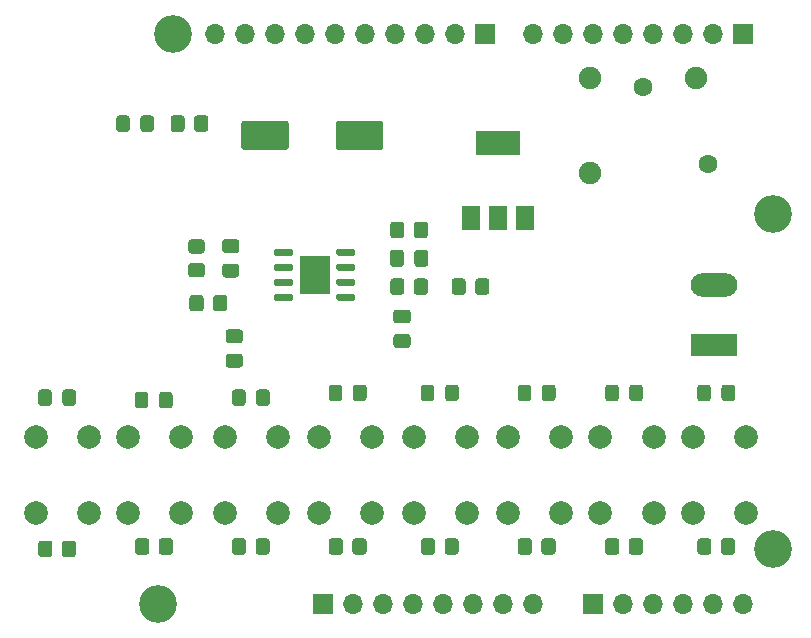
<source format=gbr>
%TF.GenerationSoftware,KiCad,Pcbnew,(5.1.10)-1*%
%TF.CreationDate,2022-04-08T18:55:06+02:00*%
%TF.ProjectId,shield_Arduino,73686965-6c64-45f4-9172-6475696e6f2e,rev?*%
%TF.SameCoordinates,Original*%
%TF.FileFunction,Soldermask,Top*%
%TF.FilePolarity,Negative*%
%FSLAX46Y46*%
G04 Gerber Fmt 4.6, Leading zero omitted, Abs format (unit mm)*
G04 Created by KiCad (PCBNEW (5.1.10)-1) date 2022-04-08 18:55:06*
%MOMM*%
%LPD*%
G01*
G04 APERTURE LIST*
%ADD10R,1.500000X2.000000*%
%ADD11R,3.800000X2.000000*%
%ADD12C,3.200000*%
%ADD13C,2.000000*%
%ADD14O,3.960000X1.980000*%
%ADD15R,3.960000X1.980000*%
%ADD16R,2.514000X3.200000*%
%ADD17C,1.600000*%
%ADD18C,1.900000*%
%ADD19O,1.700000X1.700000*%
%ADD20R,1.700000X1.700000*%
G04 APERTURE END LIST*
D10*
%TO.C,Q1*%
X142000000Y-119690000D03*
X146600000Y-119690000D03*
X144300000Y-119690000D03*
D11*
X144300000Y-113390000D03*
%TD*%
D12*
%TO.C,e*%
X115570000Y-152400000D03*
%TD*%
%TO.C,R10*%
G36*
G01*
X132000000Y-147990001D02*
X132000000Y-147089999D01*
G75*
G02*
X132249999Y-146840000I249999J0D01*
G01*
X132950001Y-146840000D01*
G75*
G02*
X133200000Y-147089999I0J-249999D01*
G01*
X133200000Y-147990001D01*
G75*
G02*
X132950001Y-148240000I-249999J0D01*
G01*
X132249999Y-148240000D01*
G75*
G02*
X132000000Y-147990001I0J249999D01*
G01*
G37*
G36*
G01*
X130000000Y-147990001D02*
X130000000Y-147089999D01*
G75*
G02*
X130249999Y-146840000I249999J0D01*
G01*
X130950001Y-146840000D01*
G75*
G02*
X131200000Y-147089999I0J-249999D01*
G01*
X131200000Y-147990001D01*
G75*
G02*
X130950001Y-148240000I-249999J0D01*
G01*
X130249999Y-148240000D01*
G75*
G02*
X130000000Y-147990001I0J249999D01*
G01*
G37*
%TD*%
%TO.C,R11*%
G36*
G01*
X139800000Y-147990001D02*
X139800000Y-147089999D01*
G75*
G02*
X140049999Y-146840000I249999J0D01*
G01*
X140750001Y-146840000D01*
G75*
G02*
X141000000Y-147089999I0J-249999D01*
G01*
X141000000Y-147990001D01*
G75*
G02*
X140750001Y-148240000I-249999J0D01*
G01*
X140049999Y-148240000D01*
G75*
G02*
X139800000Y-147990001I0J249999D01*
G01*
G37*
G36*
G01*
X137800000Y-147990001D02*
X137800000Y-147089999D01*
G75*
G02*
X138049999Y-146840000I249999J0D01*
G01*
X138750001Y-146840000D01*
G75*
G02*
X139000000Y-147089999I0J-249999D01*
G01*
X139000000Y-147990001D01*
G75*
G02*
X138750001Y-148240000I-249999J0D01*
G01*
X138049999Y-148240000D01*
G75*
G02*
X137800000Y-147990001I0J249999D01*
G01*
G37*
%TD*%
%TO.C,R7*%
G36*
G01*
X106600000Y-147289999D02*
X106600000Y-148190001D01*
G75*
G02*
X106350001Y-148440000I-249999J0D01*
G01*
X105649999Y-148440000D01*
G75*
G02*
X105400000Y-148190001I0J249999D01*
G01*
X105400000Y-147289999D01*
G75*
G02*
X105649999Y-147040000I249999J0D01*
G01*
X106350001Y-147040000D01*
G75*
G02*
X106600000Y-147289999I0J-249999D01*
G01*
G37*
G36*
G01*
X108600000Y-147289999D02*
X108600000Y-148190001D01*
G75*
G02*
X108350001Y-148440000I-249999J0D01*
G01*
X107649999Y-148440000D01*
G75*
G02*
X107400000Y-148190001I0J249999D01*
G01*
X107400000Y-147289999D01*
G75*
G02*
X107649999Y-147040000I249999J0D01*
G01*
X108350001Y-147040000D01*
G75*
G02*
X108600000Y-147289999I0J-249999D01*
G01*
G37*
%TD*%
D13*
%TO.C,SW1*%
X105200000Y-138240000D03*
X109700000Y-138240000D03*
X105200000Y-144740000D03*
X109700000Y-144740000D03*
%TD*%
D14*
%TO.C,LS1*%
X162600000Y-125440000D03*
D15*
X162600000Y-130440000D03*
%TD*%
D12*
%TO.C,REF\u002A\u002A*%
X167640000Y-119380000D03*
%TD*%
%TO.C,REF\u002A\u002A*%
X116840000Y-104140000D03*
%TD*%
%TO.C,REF\u002A\u002A*%
X167640000Y-147720000D03*
%TD*%
D16*
%TO.C,U1*%
X128800000Y-124540000D03*
G36*
G01*
X130625000Y-122785000D02*
X130625000Y-122485000D01*
G75*
G02*
X130775000Y-122335000I150000J0D01*
G01*
X132100000Y-122335000D01*
G75*
G02*
X132250000Y-122485000I0J-150000D01*
G01*
X132250000Y-122785000D01*
G75*
G02*
X132100000Y-122935000I-150000J0D01*
G01*
X130775000Y-122935000D01*
G75*
G02*
X130625000Y-122785000I0J150000D01*
G01*
G37*
G36*
G01*
X130625000Y-124055000D02*
X130625000Y-123755000D01*
G75*
G02*
X130775000Y-123605000I150000J0D01*
G01*
X132100000Y-123605000D01*
G75*
G02*
X132250000Y-123755000I0J-150000D01*
G01*
X132250000Y-124055000D01*
G75*
G02*
X132100000Y-124205000I-150000J0D01*
G01*
X130775000Y-124205000D01*
G75*
G02*
X130625000Y-124055000I0J150000D01*
G01*
G37*
G36*
G01*
X130625000Y-125325000D02*
X130625000Y-125025000D01*
G75*
G02*
X130775000Y-124875000I150000J0D01*
G01*
X132100000Y-124875000D01*
G75*
G02*
X132250000Y-125025000I0J-150000D01*
G01*
X132250000Y-125325000D01*
G75*
G02*
X132100000Y-125475000I-150000J0D01*
G01*
X130775000Y-125475000D01*
G75*
G02*
X130625000Y-125325000I0J150000D01*
G01*
G37*
G36*
G01*
X130625000Y-126595000D02*
X130625000Y-126295000D01*
G75*
G02*
X130775000Y-126145000I150000J0D01*
G01*
X132100000Y-126145000D01*
G75*
G02*
X132250000Y-126295000I0J-150000D01*
G01*
X132250000Y-126595000D01*
G75*
G02*
X132100000Y-126745000I-150000J0D01*
G01*
X130775000Y-126745000D01*
G75*
G02*
X130625000Y-126595000I0J150000D01*
G01*
G37*
G36*
G01*
X125350000Y-126595000D02*
X125350000Y-126295000D01*
G75*
G02*
X125500000Y-126145000I150000J0D01*
G01*
X126825000Y-126145000D01*
G75*
G02*
X126975000Y-126295000I0J-150000D01*
G01*
X126975000Y-126595000D01*
G75*
G02*
X126825000Y-126745000I-150000J0D01*
G01*
X125500000Y-126745000D01*
G75*
G02*
X125350000Y-126595000I0J150000D01*
G01*
G37*
G36*
G01*
X125350000Y-125325000D02*
X125350000Y-125025000D01*
G75*
G02*
X125500000Y-124875000I150000J0D01*
G01*
X126825000Y-124875000D01*
G75*
G02*
X126975000Y-125025000I0J-150000D01*
G01*
X126975000Y-125325000D01*
G75*
G02*
X126825000Y-125475000I-150000J0D01*
G01*
X125500000Y-125475000D01*
G75*
G02*
X125350000Y-125325000I0J150000D01*
G01*
G37*
G36*
G01*
X125350000Y-124055000D02*
X125350000Y-123755000D01*
G75*
G02*
X125500000Y-123605000I150000J0D01*
G01*
X126825000Y-123605000D01*
G75*
G02*
X126975000Y-123755000I0J-150000D01*
G01*
X126975000Y-124055000D01*
G75*
G02*
X126825000Y-124205000I-150000J0D01*
G01*
X125500000Y-124205000D01*
G75*
G02*
X125350000Y-124055000I0J150000D01*
G01*
G37*
G36*
G01*
X125350000Y-122785000D02*
X125350000Y-122485000D01*
G75*
G02*
X125500000Y-122335000I150000J0D01*
G01*
X126825000Y-122335000D01*
G75*
G02*
X126975000Y-122485000I0J-150000D01*
G01*
X126975000Y-122785000D01*
G75*
G02*
X126825000Y-122935000I-150000J0D01*
G01*
X125500000Y-122935000D01*
G75*
G02*
X125350000Y-122785000I0J150000D01*
G01*
G37*
%TD*%
D13*
%TO.C,SW8*%
X160800000Y-138240000D03*
X165300000Y-138240000D03*
X160800000Y-144740000D03*
X165300000Y-144740000D03*
%TD*%
%TO.C,SW7*%
X153000000Y-138240000D03*
X157500000Y-138240000D03*
X153000000Y-144740000D03*
X157500000Y-144740000D03*
%TD*%
%TO.C,SW6*%
X145200000Y-138240000D03*
X149700000Y-138240000D03*
X145200000Y-144740000D03*
X149700000Y-144740000D03*
%TD*%
%TO.C,SW5*%
X137200000Y-138240000D03*
X141700000Y-138240000D03*
X137200000Y-144740000D03*
X141700000Y-144740000D03*
%TD*%
%TO.C,SW4*%
X129200000Y-138240000D03*
X133700000Y-138240000D03*
X129200000Y-144740000D03*
X133700000Y-144740000D03*
%TD*%
%TO.C,SW3*%
X121200000Y-138240000D03*
X125700000Y-138240000D03*
X121200000Y-144740000D03*
X125700000Y-144740000D03*
%TD*%
%TO.C,SW2*%
X113000000Y-138240000D03*
X117500000Y-138240000D03*
X113000000Y-144740000D03*
X117500000Y-144740000D03*
%TD*%
%TO.C,R14*%
G36*
G01*
X163200000Y-147990001D02*
X163200000Y-147089999D01*
G75*
G02*
X163449999Y-146840000I249999J0D01*
G01*
X164150001Y-146840000D01*
G75*
G02*
X164400000Y-147089999I0J-249999D01*
G01*
X164400000Y-147990001D01*
G75*
G02*
X164150001Y-148240000I-249999J0D01*
G01*
X163449999Y-148240000D01*
G75*
G02*
X163200000Y-147990001I0J249999D01*
G01*
G37*
G36*
G01*
X161200000Y-147990001D02*
X161200000Y-147089999D01*
G75*
G02*
X161449999Y-146840000I249999J0D01*
G01*
X162150001Y-146840000D01*
G75*
G02*
X162400000Y-147089999I0J-249999D01*
G01*
X162400000Y-147990001D01*
G75*
G02*
X162150001Y-148240000I-249999J0D01*
G01*
X161449999Y-148240000D01*
G75*
G02*
X161200000Y-147990001I0J249999D01*
G01*
G37*
%TD*%
%TO.C,R13*%
G36*
G01*
X155400000Y-147990001D02*
X155400000Y-147089999D01*
G75*
G02*
X155649999Y-146840000I249999J0D01*
G01*
X156350001Y-146840000D01*
G75*
G02*
X156600000Y-147089999I0J-249999D01*
G01*
X156600000Y-147990001D01*
G75*
G02*
X156350001Y-148240000I-249999J0D01*
G01*
X155649999Y-148240000D01*
G75*
G02*
X155400000Y-147990001I0J249999D01*
G01*
G37*
G36*
G01*
X153400000Y-147990001D02*
X153400000Y-147089999D01*
G75*
G02*
X153649999Y-146840000I249999J0D01*
G01*
X154350001Y-146840000D01*
G75*
G02*
X154600000Y-147089999I0J-249999D01*
G01*
X154600000Y-147990001D01*
G75*
G02*
X154350001Y-148240000I-249999J0D01*
G01*
X153649999Y-148240000D01*
G75*
G02*
X153400000Y-147990001I0J249999D01*
G01*
G37*
%TD*%
%TO.C,R12*%
G36*
G01*
X148000000Y-147990001D02*
X148000000Y-147089999D01*
G75*
G02*
X148249999Y-146840000I249999J0D01*
G01*
X148950001Y-146840000D01*
G75*
G02*
X149200000Y-147089999I0J-249999D01*
G01*
X149200000Y-147990001D01*
G75*
G02*
X148950001Y-148240000I-249999J0D01*
G01*
X148249999Y-148240000D01*
G75*
G02*
X148000000Y-147990001I0J249999D01*
G01*
G37*
G36*
G01*
X146000000Y-147990001D02*
X146000000Y-147089999D01*
G75*
G02*
X146249999Y-146840000I249999J0D01*
G01*
X146950001Y-146840000D01*
G75*
G02*
X147200000Y-147089999I0J-249999D01*
G01*
X147200000Y-147990001D01*
G75*
G02*
X146950001Y-148240000I-249999J0D01*
G01*
X146249999Y-148240000D01*
G75*
G02*
X146000000Y-147990001I0J249999D01*
G01*
G37*
%TD*%
%TO.C,R9*%
G36*
G01*
X123800000Y-147990001D02*
X123800000Y-147089999D01*
G75*
G02*
X124049999Y-146840000I249999J0D01*
G01*
X124750001Y-146840000D01*
G75*
G02*
X125000000Y-147089999I0J-249999D01*
G01*
X125000000Y-147990001D01*
G75*
G02*
X124750001Y-148240000I-249999J0D01*
G01*
X124049999Y-148240000D01*
G75*
G02*
X123800000Y-147990001I0J249999D01*
G01*
G37*
G36*
G01*
X121800000Y-147990001D02*
X121800000Y-147089999D01*
G75*
G02*
X122049999Y-146840000I249999J0D01*
G01*
X122750001Y-146840000D01*
G75*
G02*
X123000000Y-147089999I0J-249999D01*
G01*
X123000000Y-147990001D01*
G75*
G02*
X122750001Y-148240000I-249999J0D01*
G01*
X122049999Y-148240000D01*
G75*
G02*
X121800000Y-147990001I0J249999D01*
G01*
G37*
%TD*%
%TO.C,R8*%
G36*
G01*
X114800000Y-147089999D02*
X114800000Y-147990001D01*
G75*
G02*
X114550001Y-148240000I-249999J0D01*
G01*
X113849999Y-148240000D01*
G75*
G02*
X113600000Y-147990001I0J249999D01*
G01*
X113600000Y-147089999D01*
G75*
G02*
X113849999Y-146840000I249999J0D01*
G01*
X114550001Y-146840000D01*
G75*
G02*
X114800000Y-147089999I0J-249999D01*
G01*
G37*
G36*
G01*
X116800000Y-147089999D02*
X116800000Y-147990001D01*
G75*
G02*
X116550001Y-148240000I-249999J0D01*
G01*
X115849999Y-148240000D01*
G75*
G02*
X115600000Y-147990001I0J249999D01*
G01*
X115600000Y-147089999D01*
G75*
G02*
X115849999Y-146840000I249999J0D01*
G01*
X116550001Y-146840000D01*
G75*
G02*
X116800000Y-147089999I0J-249999D01*
G01*
G37*
%TD*%
%TO.C,R6*%
G36*
G01*
X117800000Y-111289999D02*
X117800000Y-112190001D01*
G75*
G02*
X117550001Y-112440000I-249999J0D01*
G01*
X116849999Y-112440000D01*
G75*
G02*
X116600000Y-112190001I0J249999D01*
G01*
X116600000Y-111289999D01*
G75*
G02*
X116849999Y-111040000I249999J0D01*
G01*
X117550001Y-111040000D01*
G75*
G02*
X117800000Y-111289999I0J-249999D01*
G01*
G37*
G36*
G01*
X119800000Y-111289999D02*
X119800000Y-112190001D01*
G75*
G02*
X119550001Y-112440000I-249999J0D01*
G01*
X118849999Y-112440000D01*
G75*
G02*
X118600000Y-112190001I0J249999D01*
G01*
X118600000Y-111289999D01*
G75*
G02*
X118849999Y-111040000I249999J0D01*
G01*
X119550001Y-111040000D01*
G75*
G02*
X119800000Y-111289999I0J-249999D01*
G01*
G37*
%TD*%
%TO.C,R5*%
G36*
G01*
X137200000Y-121190001D02*
X137200000Y-120289999D01*
G75*
G02*
X137449999Y-120040000I249999J0D01*
G01*
X138150001Y-120040000D01*
G75*
G02*
X138400000Y-120289999I0J-249999D01*
G01*
X138400000Y-121190001D01*
G75*
G02*
X138150001Y-121440000I-249999J0D01*
G01*
X137449999Y-121440000D01*
G75*
G02*
X137200000Y-121190001I0J249999D01*
G01*
G37*
G36*
G01*
X135200000Y-121190001D02*
X135200000Y-120289999D01*
G75*
G02*
X135449999Y-120040000I249999J0D01*
G01*
X136150001Y-120040000D01*
G75*
G02*
X136400000Y-120289999I0J-249999D01*
G01*
X136400000Y-121190001D01*
G75*
G02*
X136150001Y-121440000I-249999J0D01*
G01*
X135449999Y-121440000D01*
G75*
G02*
X135200000Y-121190001I0J249999D01*
G01*
G37*
%TD*%
%TO.C,R4*%
G36*
G01*
X137200000Y-125990001D02*
X137200000Y-125089999D01*
G75*
G02*
X137449999Y-124840000I249999J0D01*
G01*
X138150001Y-124840000D01*
G75*
G02*
X138400000Y-125089999I0J-249999D01*
G01*
X138400000Y-125990001D01*
G75*
G02*
X138150001Y-126240000I-249999J0D01*
G01*
X137449999Y-126240000D01*
G75*
G02*
X137200000Y-125990001I0J249999D01*
G01*
G37*
G36*
G01*
X135200000Y-125990001D02*
X135200000Y-125089999D01*
G75*
G02*
X135449999Y-124840000I249999J0D01*
G01*
X136150001Y-124840000D01*
G75*
G02*
X136400000Y-125089999I0J-249999D01*
G01*
X136400000Y-125990001D01*
G75*
G02*
X136150001Y-126240000I-249999J0D01*
G01*
X135449999Y-126240000D01*
G75*
G02*
X135200000Y-125990001I0J249999D01*
G01*
G37*
%TD*%
%TO.C,R3*%
G36*
G01*
X142400000Y-125990001D02*
X142400000Y-125089999D01*
G75*
G02*
X142649999Y-124840000I249999J0D01*
G01*
X143350001Y-124840000D01*
G75*
G02*
X143600000Y-125089999I0J-249999D01*
G01*
X143600000Y-125990001D01*
G75*
G02*
X143350001Y-126240000I-249999J0D01*
G01*
X142649999Y-126240000D01*
G75*
G02*
X142400000Y-125990001I0J249999D01*
G01*
G37*
G36*
G01*
X140400000Y-125990001D02*
X140400000Y-125089999D01*
G75*
G02*
X140649999Y-124840000I249999J0D01*
G01*
X141350001Y-124840000D01*
G75*
G02*
X141600000Y-125089999I0J-249999D01*
G01*
X141600000Y-125990001D01*
G75*
G02*
X141350001Y-126240000I-249999J0D01*
G01*
X140649999Y-126240000D01*
G75*
G02*
X140400000Y-125990001I0J249999D01*
G01*
G37*
%TD*%
%TO.C,R2*%
G36*
G01*
X120200000Y-127390001D02*
X120200000Y-126489999D01*
G75*
G02*
X120449999Y-126240000I249999J0D01*
G01*
X121150001Y-126240000D01*
G75*
G02*
X121400000Y-126489999I0J-249999D01*
G01*
X121400000Y-127390001D01*
G75*
G02*
X121150001Y-127640000I-249999J0D01*
G01*
X120449999Y-127640000D01*
G75*
G02*
X120200000Y-127390001I0J249999D01*
G01*
G37*
G36*
G01*
X118200000Y-127390001D02*
X118200000Y-126489999D01*
G75*
G02*
X118449999Y-126240000I249999J0D01*
G01*
X119150001Y-126240000D01*
G75*
G02*
X119400000Y-126489999I0J-249999D01*
G01*
X119400000Y-127390001D01*
G75*
G02*
X119150001Y-127640000I-249999J0D01*
G01*
X118449999Y-127640000D01*
G75*
G02*
X118200000Y-127390001I0J249999D01*
G01*
G37*
%TD*%
%TO.C,R1*%
G36*
G01*
X119250001Y-122740000D02*
X118349999Y-122740000D01*
G75*
G02*
X118100000Y-122490001I0J249999D01*
G01*
X118100000Y-121789999D01*
G75*
G02*
X118349999Y-121540000I249999J0D01*
G01*
X119250001Y-121540000D01*
G75*
G02*
X119500000Y-121789999I0J-249999D01*
G01*
X119500000Y-122490001D01*
G75*
G02*
X119250001Y-122740000I-249999J0D01*
G01*
G37*
G36*
G01*
X119250001Y-124740000D02*
X118349999Y-124740000D01*
G75*
G02*
X118100000Y-124490001I0J249999D01*
G01*
X118100000Y-123789999D01*
G75*
G02*
X118349999Y-123540000I249999J0D01*
G01*
X119250001Y-123540000D01*
G75*
G02*
X119500000Y-123789999I0J-249999D01*
G01*
X119500000Y-124490001D01*
G75*
G02*
X119250001Y-124740000I-249999J0D01*
G01*
G37*
%TD*%
D17*
%TO.C,J5*%
X156600000Y-108640000D03*
X162100000Y-115140000D03*
D18*
X152100000Y-115940000D03*
X152100000Y-107840000D03*
X161100000Y-107840000D03*
%TD*%
D19*
%TO.C,J4*%
X147320000Y-152400000D03*
X144780000Y-152400000D03*
X142240000Y-152400000D03*
X139700000Y-152400000D03*
X137160000Y-152400000D03*
X134620000Y-152400000D03*
X132080000Y-152400000D03*
D20*
X129540000Y-152400000D03*
%TD*%
D19*
%TO.C,J3*%
X165100000Y-152400000D03*
X162560000Y-152400000D03*
X160020000Y-152400000D03*
X157480000Y-152400000D03*
X154940000Y-152400000D03*
D20*
X152400000Y-152400000D03*
%TD*%
D19*
%TO.C,J2*%
X147320000Y-104140000D03*
X149860000Y-104140000D03*
X152400000Y-104140000D03*
X154940000Y-104140000D03*
X157480000Y-104140000D03*
X160020000Y-104140000D03*
X162560000Y-104140000D03*
D20*
X165100000Y-104140000D03*
%TD*%
D19*
%TO.C,J1*%
X120396000Y-104140000D03*
X122936000Y-104140000D03*
X125476000Y-104140000D03*
X128016000Y-104140000D03*
X130556000Y-104140000D03*
X133096000Y-104140000D03*
X135636000Y-104140000D03*
X138176000Y-104140000D03*
X140716000Y-104140000D03*
D20*
X143256000Y-104140000D03*
%TD*%
%TO.C,D9*%
G36*
G01*
X163250000Y-134990001D02*
X163250000Y-134089999D01*
G75*
G02*
X163499999Y-133840000I249999J0D01*
G01*
X164150001Y-133840000D01*
G75*
G02*
X164400000Y-134089999I0J-249999D01*
G01*
X164400000Y-134990001D01*
G75*
G02*
X164150001Y-135240000I-249999J0D01*
G01*
X163499999Y-135240000D01*
G75*
G02*
X163250000Y-134990001I0J249999D01*
G01*
G37*
G36*
G01*
X161200000Y-134990001D02*
X161200000Y-134089999D01*
G75*
G02*
X161449999Y-133840000I249999J0D01*
G01*
X162100001Y-133840000D01*
G75*
G02*
X162350000Y-134089999I0J-249999D01*
G01*
X162350000Y-134990001D01*
G75*
G02*
X162100001Y-135240000I-249999J0D01*
G01*
X161449999Y-135240000D01*
G75*
G02*
X161200000Y-134990001I0J249999D01*
G01*
G37*
%TD*%
%TO.C,D8*%
G36*
G01*
X155450000Y-134990001D02*
X155450000Y-134089999D01*
G75*
G02*
X155699999Y-133840000I249999J0D01*
G01*
X156350001Y-133840000D01*
G75*
G02*
X156600000Y-134089999I0J-249999D01*
G01*
X156600000Y-134990001D01*
G75*
G02*
X156350001Y-135240000I-249999J0D01*
G01*
X155699999Y-135240000D01*
G75*
G02*
X155450000Y-134990001I0J249999D01*
G01*
G37*
G36*
G01*
X153400000Y-134990001D02*
X153400000Y-134089999D01*
G75*
G02*
X153649999Y-133840000I249999J0D01*
G01*
X154300001Y-133840000D01*
G75*
G02*
X154550000Y-134089999I0J-249999D01*
G01*
X154550000Y-134990001D01*
G75*
G02*
X154300001Y-135240000I-249999J0D01*
G01*
X153649999Y-135240000D01*
G75*
G02*
X153400000Y-134990001I0J249999D01*
G01*
G37*
%TD*%
%TO.C,D7*%
G36*
G01*
X148050000Y-134990001D02*
X148050000Y-134089999D01*
G75*
G02*
X148299999Y-133840000I249999J0D01*
G01*
X148950001Y-133840000D01*
G75*
G02*
X149200000Y-134089999I0J-249999D01*
G01*
X149200000Y-134990001D01*
G75*
G02*
X148950001Y-135240000I-249999J0D01*
G01*
X148299999Y-135240000D01*
G75*
G02*
X148050000Y-134990001I0J249999D01*
G01*
G37*
G36*
G01*
X146000000Y-134990001D02*
X146000000Y-134089999D01*
G75*
G02*
X146249999Y-133840000I249999J0D01*
G01*
X146900001Y-133840000D01*
G75*
G02*
X147150000Y-134089999I0J-249999D01*
G01*
X147150000Y-134990001D01*
G75*
G02*
X146900001Y-135240000I-249999J0D01*
G01*
X146249999Y-135240000D01*
G75*
G02*
X146000000Y-134990001I0J249999D01*
G01*
G37*
%TD*%
%TO.C,D6*%
G36*
G01*
X139850000Y-134990001D02*
X139850000Y-134089999D01*
G75*
G02*
X140099999Y-133840000I249999J0D01*
G01*
X140750001Y-133840000D01*
G75*
G02*
X141000000Y-134089999I0J-249999D01*
G01*
X141000000Y-134990001D01*
G75*
G02*
X140750001Y-135240000I-249999J0D01*
G01*
X140099999Y-135240000D01*
G75*
G02*
X139850000Y-134990001I0J249999D01*
G01*
G37*
G36*
G01*
X137800000Y-134990001D02*
X137800000Y-134089999D01*
G75*
G02*
X138049999Y-133840000I249999J0D01*
G01*
X138700001Y-133840000D01*
G75*
G02*
X138950000Y-134089999I0J-249999D01*
G01*
X138950000Y-134990001D01*
G75*
G02*
X138700001Y-135240000I-249999J0D01*
G01*
X138049999Y-135240000D01*
G75*
G02*
X137800000Y-134990001I0J249999D01*
G01*
G37*
%TD*%
%TO.C,D5*%
G36*
G01*
X132050000Y-134990001D02*
X132050000Y-134089999D01*
G75*
G02*
X132299999Y-133840000I249999J0D01*
G01*
X132950001Y-133840000D01*
G75*
G02*
X133200000Y-134089999I0J-249999D01*
G01*
X133200000Y-134990001D01*
G75*
G02*
X132950001Y-135240000I-249999J0D01*
G01*
X132299999Y-135240000D01*
G75*
G02*
X132050000Y-134990001I0J249999D01*
G01*
G37*
G36*
G01*
X130000000Y-134990001D02*
X130000000Y-134089999D01*
G75*
G02*
X130249999Y-133840000I249999J0D01*
G01*
X130900001Y-133840000D01*
G75*
G02*
X131150000Y-134089999I0J-249999D01*
G01*
X131150000Y-134990001D01*
G75*
G02*
X130900001Y-135240000I-249999J0D01*
G01*
X130249999Y-135240000D01*
G75*
G02*
X130000000Y-134990001I0J249999D01*
G01*
G37*
%TD*%
%TO.C,D4*%
G36*
G01*
X123850000Y-135390001D02*
X123850000Y-134489999D01*
G75*
G02*
X124099999Y-134240000I249999J0D01*
G01*
X124750001Y-134240000D01*
G75*
G02*
X125000000Y-134489999I0J-249999D01*
G01*
X125000000Y-135390001D01*
G75*
G02*
X124750001Y-135640000I-249999J0D01*
G01*
X124099999Y-135640000D01*
G75*
G02*
X123850000Y-135390001I0J249999D01*
G01*
G37*
G36*
G01*
X121800000Y-135390001D02*
X121800000Y-134489999D01*
G75*
G02*
X122049999Y-134240000I249999J0D01*
G01*
X122700001Y-134240000D01*
G75*
G02*
X122950000Y-134489999I0J-249999D01*
G01*
X122950000Y-135390001D01*
G75*
G02*
X122700001Y-135640000I-249999J0D01*
G01*
X122049999Y-135640000D01*
G75*
G02*
X121800000Y-135390001I0J249999D01*
G01*
G37*
%TD*%
%TO.C,D3*%
G36*
G01*
X115625000Y-135590001D02*
X115625000Y-134689999D01*
G75*
G02*
X115874999Y-134440000I249999J0D01*
G01*
X116525001Y-134440000D01*
G75*
G02*
X116775000Y-134689999I0J-249999D01*
G01*
X116775000Y-135590001D01*
G75*
G02*
X116525001Y-135840000I-249999J0D01*
G01*
X115874999Y-135840000D01*
G75*
G02*
X115625000Y-135590001I0J249999D01*
G01*
G37*
G36*
G01*
X113575000Y-135590001D02*
X113575000Y-134689999D01*
G75*
G02*
X113824999Y-134440000I249999J0D01*
G01*
X114475001Y-134440000D01*
G75*
G02*
X114725000Y-134689999I0J-249999D01*
G01*
X114725000Y-135590001D01*
G75*
G02*
X114475001Y-135840000I-249999J0D01*
G01*
X113824999Y-135840000D01*
G75*
G02*
X113575000Y-135590001I0J249999D01*
G01*
G37*
%TD*%
%TO.C,D2*%
G36*
G01*
X107450000Y-135390001D02*
X107450000Y-134489999D01*
G75*
G02*
X107699999Y-134240000I249999J0D01*
G01*
X108350001Y-134240000D01*
G75*
G02*
X108600000Y-134489999I0J-249999D01*
G01*
X108600000Y-135390001D01*
G75*
G02*
X108350001Y-135640000I-249999J0D01*
G01*
X107699999Y-135640000D01*
G75*
G02*
X107450000Y-135390001I0J249999D01*
G01*
G37*
G36*
G01*
X105400000Y-135390001D02*
X105400000Y-134489999D01*
G75*
G02*
X105649999Y-134240000I249999J0D01*
G01*
X106300001Y-134240000D01*
G75*
G02*
X106550000Y-134489999I0J-249999D01*
G01*
X106550000Y-135390001D01*
G75*
G02*
X106300001Y-135640000I-249999J0D01*
G01*
X105649999Y-135640000D01*
G75*
G02*
X105400000Y-135390001I0J249999D01*
G01*
G37*
%TD*%
%TO.C,D1*%
G36*
G01*
X113150000Y-111289999D02*
X113150000Y-112190001D01*
G75*
G02*
X112900001Y-112440000I-249999J0D01*
G01*
X112249999Y-112440000D01*
G75*
G02*
X112000000Y-112190001I0J249999D01*
G01*
X112000000Y-111289999D01*
G75*
G02*
X112249999Y-111040000I249999J0D01*
G01*
X112900001Y-111040000D01*
G75*
G02*
X113150000Y-111289999I0J-249999D01*
G01*
G37*
G36*
G01*
X115200000Y-111289999D02*
X115200000Y-112190001D01*
G75*
G02*
X114950001Y-112440000I-249999J0D01*
G01*
X114299999Y-112440000D01*
G75*
G02*
X114050000Y-112190001I0J249999D01*
G01*
X114050000Y-111289999D01*
G75*
G02*
X114299999Y-111040000I249999J0D01*
G01*
X114950001Y-111040000D01*
G75*
G02*
X115200000Y-111289999I0J-249999D01*
G01*
G37*
%TD*%
%TO.C,C5*%
G36*
G01*
X126600000Y-111740000D02*
X126600000Y-113740000D01*
G75*
G02*
X126350000Y-113990000I-250000J0D01*
G01*
X122850000Y-113990000D01*
G75*
G02*
X122600000Y-113740000I0J250000D01*
G01*
X122600000Y-111740000D01*
G75*
G02*
X122850000Y-111490000I250000J0D01*
G01*
X126350000Y-111490000D01*
G75*
G02*
X126600000Y-111740000I0J-250000D01*
G01*
G37*
G36*
G01*
X134600000Y-111740000D02*
X134600000Y-113740000D01*
G75*
G02*
X134350000Y-113990000I-250000J0D01*
G01*
X130850000Y-113990000D01*
G75*
G02*
X130600000Y-113740000I0J250000D01*
G01*
X130600000Y-111740000D01*
G75*
G02*
X130850000Y-111490000I250000J0D01*
G01*
X134350000Y-111490000D01*
G75*
G02*
X134600000Y-111740000I0J-250000D01*
G01*
G37*
%TD*%
%TO.C,C4*%
G36*
G01*
X137250000Y-123615000D02*
X137250000Y-122665000D01*
G75*
G02*
X137500000Y-122415000I250000J0D01*
G01*
X138175000Y-122415000D01*
G75*
G02*
X138425000Y-122665000I0J-250000D01*
G01*
X138425000Y-123615000D01*
G75*
G02*
X138175000Y-123865000I-250000J0D01*
G01*
X137500000Y-123865000D01*
G75*
G02*
X137250000Y-123615000I0J250000D01*
G01*
G37*
G36*
G01*
X135175000Y-123615000D02*
X135175000Y-122665000D01*
G75*
G02*
X135425000Y-122415000I250000J0D01*
G01*
X136100000Y-122415000D01*
G75*
G02*
X136350000Y-122665000I0J-250000D01*
G01*
X136350000Y-123615000D01*
G75*
G02*
X136100000Y-123865000I-250000J0D01*
G01*
X135425000Y-123865000D01*
G75*
G02*
X135175000Y-123615000I0J250000D01*
G01*
G37*
%TD*%
%TO.C,C3*%
G36*
G01*
X135725000Y-129552500D02*
X136675000Y-129552500D01*
G75*
G02*
X136925000Y-129802500I0J-250000D01*
G01*
X136925000Y-130477500D01*
G75*
G02*
X136675000Y-130727500I-250000J0D01*
G01*
X135725000Y-130727500D01*
G75*
G02*
X135475000Y-130477500I0J250000D01*
G01*
X135475000Y-129802500D01*
G75*
G02*
X135725000Y-129552500I250000J0D01*
G01*
G37*
G36*
G01*
X135725000Y-127477500D02*
X136675000Y-127477500D01*
G75*
G02*
X136925000Y-127727500I0J-250000D01*
G01*
X136925000Y-128402500D01*
G75*
G02*
X136675000Y-128652500I-250000J0D01*
G01*
X135725000Y-128652500D01*
G75*
G02*
X135475000Y-128402500I0J250000D01*
G01*
X135475000Y-127727500D01*
G75*
G02*
X135725000Y-127477500I250000J0D01*
G01*
G37*
%TD*%
%TO.C,C2*%
G36*
G01*
X122175000Y-122690000D02*
X121225000Y-122690000D01*
G75*
G02*
X120975000Y-122440000I0J250000D01*
G01*
X120975000Y-121765000D01*
G75*
G02*
X121225000Y-121515000I250000J0D01*
G01*
X122175000Y-121515000D01*
G75*
G02*
X122425000Y-121765000I0J-250000D01*
G01*
X122425000Y-122440000D01*
G75*
G02*
X122175000Y-122690000I-250000J0D01*
G01*
G37*
G36*
G01*
X122175000Y-124765000D02*
X121225000Y-124765000D01*
G75*
G02*
X120975000Y-124515000I0J250000D01*
G01*
X120975000Y-123840000D01*
G75*
G02*
X121225000Y-123590000I250000J0D01*
G01*
X122175000Y-123590000D01*
G75*
G02*
X122425000Y-123840000I0J-250000D01*
G01*
X122425000Y-124515000D01*
G75*
G02*
X122175000Y-124765000I-250000J0D01*
G01*
G37*
%TD*%
%TO.C,C1*%
G36*
G01*
X121525000Y-131227500D02*
X122475000Y-131227500D01*
G75*
G02*
X122725000Y-131477500I0J-250000D01*
G01*
X122725000Y-132152500D01*
G75*
G02*
X122475000Y-132402500I-250000J0D01*
G01*
X121525000Y-132402500D01*
G75*
G02*
X121275000Y-132152500I0J250000D01*
G01*
X121275000Y-131477500D01*
G75*
G02*
X121525000Y-131227500I250000J0D01*
G01*
G37*
G36*
G01*
X121525000Y-129152500D02*
X122475000Y-129152500D01*
G75*
G02*
X122725000Y-129402500I0J-250000D01*
G01*
X122725000Y-130077500D01*
G75*
G02*
X122475000Y-130327500I-250000J0D01*
G01*
X121525000Y-130327500D01*
G75*
G02*
X121275000Y-130077500I0J250000D01*
G01*
X121275000Y-129402500D01*
G75*
G02*
X121525000Y-129152500I250000J0D01*
G01*
G37*
%TD*%
M02*

</source>
